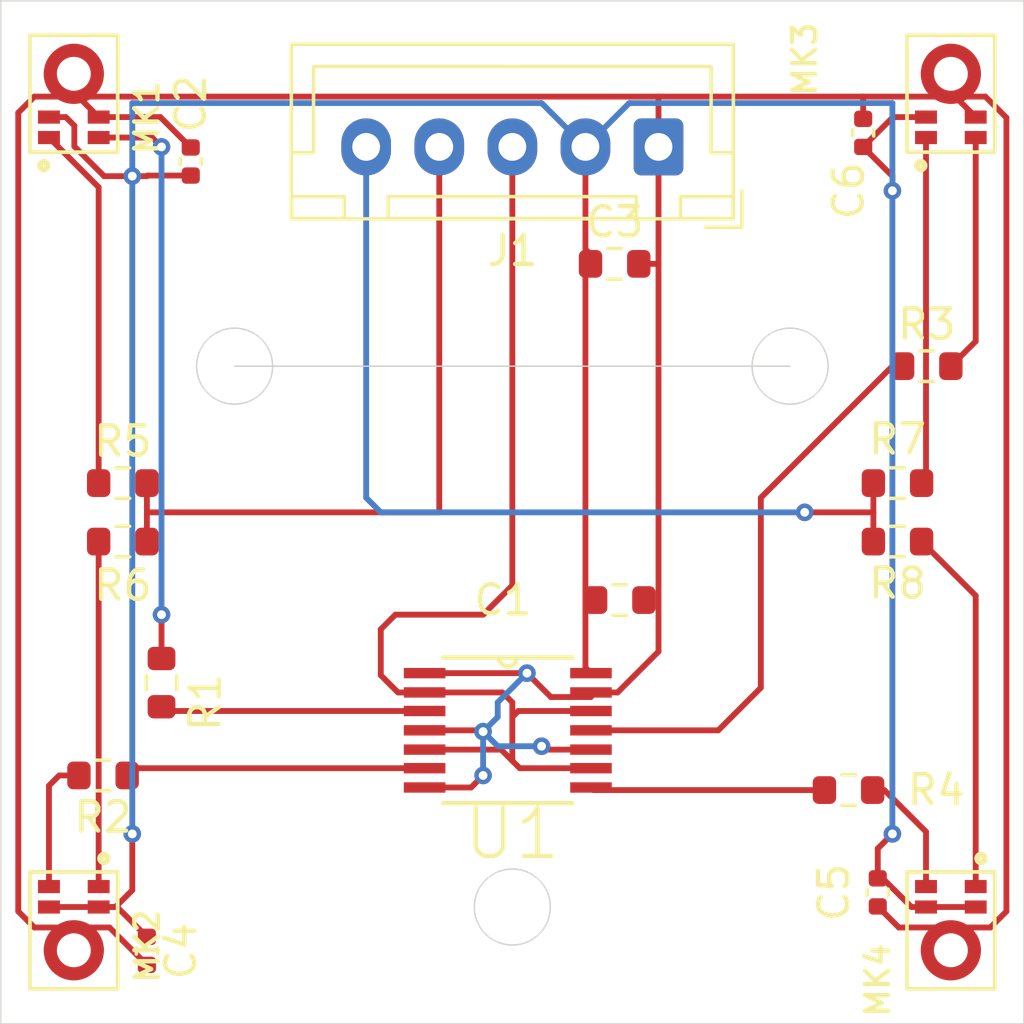
<source format=kicad_pcb>
(kicad_pcb (version 20240108) (generator "pcbnew") (generator_version "8.0")
  (layers (0 "F.Cu" signal) (31 "B.Cu" signal) (34 "B.Paste" user) (35 "F.Paste" user) (36 "B.SilkS" user "B.Silkscreen") (37 "F.SilkS" user "F.Silkscreen") (38 "B.Mask" user) (39 "F.Mask" user) (44 "Edge.Cuts" user))
  (net 0 "")
  (net 1 "Net-(J1-Pin_2)")
  (net 2 "Net-(J1-Pin_1)")
  (net 3 "Net-(J1-Pin_3)")
  (net 4 "Net-(J1-Pin_4)")
  (net 5 "Net-(J1-Pin_5)")
  (net 6 "Net-(MK1-CLK)")
  (net 7 "Net-(MK1-DATA)")
  (net 8 "Net-(MK2-DATA)")
  (net 9 "Net-(MK2-CLK)")
  (net 10 "Net-(MK3-CLK)")
  (net 11 "Net-(MK3-DATA)")
  (net 12 "Net-(MK4-DATA)")
  (net 13 "Net-(MK4-CLK)")
  (net 14 "Net-(U1-O0)")
  (net 15 "Net-(U1-O1)")
  (net 16 "Net-(U1-O2)")
  (net 17 "Net-(U1-O3)")
  (footprint "Resistor_SMD:R_0603_1608Metric" (layer "F.Cu") (at 178.175 64 180)
    (property "Reference" "R7" (at 0 1.5 0) (layer "F.SilkS"))
    (property "Value" "100 ohms" (hide yes))
    (pad "1" smd roundrect (at -0.825 0 180) (size 0.8 0.95) (layers "F.Cu" "F.Paste" "F.Mask") (net 11 "Net-(MK3-DATA)"))
    (pad "2" smd roundrect (at 0.825 0 180) (size 0.8 0.95) (layers "F.Cu" "F.Paste" "F.Mask") (net 5 "Net-(J1-Pin_5)"))
  )
  (footprint "Resistor_SMD:R_0603_1608Metric" (layer "F.Cu") (at 151.675 64)
    (property "Reference" "R5" (at 0 -1.43 0) (layer "F.SilkS"))
    (property "Value" "100 ohms" (hide yes))
    (pad "1" smd roundrect (at -0.825 0) (size 0.8 0.95) (layers "F.Cu" "F.Paste" "F.Mask") (net 7 "Net-(MK1-DATA)"))
    (pad "2" smd roundrect (at 0.825 0) (size 0.8 0.95) (layers "F.Cu" "F.Paste" "F.Mask") (net 4 "Net-(J1-Pin_4)"))
  )
  (footprint "Connector_JST:JST_XH_B5B-XH-A_1x05_P2.50mm_Vertical" (layer "F.Cu") (at 170 52.5 180)
    (property "Reference" "J1" (at 5 -3.55 0) (layer "F.SilkS"))
    (property "Value" "Conn_01x05_Pin" (hide yes))
    (pad "1" thru_hole roundrect (at 0 0 180) (size 1.7 1.95) (drill 0.95) (layers "*.Cu" "*.Mask") (roundrect_rratio 0.147059) (net 2 "Net-(J1-Pin_1)"))
    (pad "2" thru_hole oval (at 2.5 0 180) (size 1.7 1.95) (drill 0.95) (layers "*.Cu" "*.Mask") (net 1 "Net-(J1-Pin_2)"))
    (pad "3" thru_hole oval (at 5 0 180) (size 1.7 1.95) (drill 0.95) (layers "*.Cu" "*.Mask") (net 3 "Net-(J1-Pin_3)"))
    (pad "4" thru_hole oval (at 7.5 0 180) (size 1.7 1.95) (drill 0.95) (layers "*.Cu" "*.Mask") (net 4 "Net-(J1-Pin_4)"))
    (pad "5" thru_hole oval (at 10 0 180) (size 1.7 1.95) (drill 0.95) (layers "*.Cu" "*.Mask") (net 5 "Net-(J1-Pin_5)"))
  )
  (footprint "Resistor_SMD:R_0603_1608Metric" (layer "F.Cu") (at 179.175 60)
    (property "Reference" "R3" (at 0 -1.43 0) (layer "F.SilkS"))
    (property "Value" "33 ohms" (hide yes))
    (pad "1" smd roundrect (at -0.825 0) (size 0.8 0.95) (layers "F.Cu" "F.Paste" "F.Mask") (net 16 "Net-(U1-O2)"))
    (pad "2" smd roundrect (at 0.825 0) (size 0.8 0.95) (layers "F.Cu" "F.Paste" "F.Mask") (net 10 "Net-(MK3-CLK)"))
  )
  (footprint "Resistor_SMD:R_0603_1608Metric" (layer "F.Cu") (at 178.175 66 180)
    (property "Reference" "R8" (at 0 -1.43 0) (layer "F.SilkS"))
    (property "Value" "100 ohms" (hide yes))
    (pad "1" smd roundrect (at -0.825 0 180) (size 0.8 0.95) (layers "F.Cu" "F.Paste" "F.Mask") (net 12 "Net-(MK4-DATA)"))
    (pad "2" smd roundrect (at 0.825 0 180) (size 0.8 0.95) (layers "F.Cu" "F.Paste" "F.Mask") (net 5 "Net-(J1-Pin_5)"))
  )
  (footprint "Resistor_SMD:R_0603_1608Metric" (layer "F.Cu") (at 153 70.825 90)
    (property "Reference" "R1" (at -0.675 1.5 90) (layer "F.SilkS"))
    (property "Value" "33 ohms" (hide yes))
    (pad "1" smd roundrect (at -0.825 0 90) (size 0.8 0.95) (layers "F.Cu" "F.Paste" "F.Mask") (net 14 "Net-(U1-O0)"))
    (pad "2" smd roundrect (at 0.825 0 90) (size 0.8 0.95) (layers "F.Cu" "F.Paste" "F.Mask") (net 6 "Net-(MK1-CLK)"))
  )
  (footprint "Capacitor_SMD:C_0402_1005Metric" (layer "F.Cu") (at 154 53 90)
    (property "Reference" "C2" (at 1.98 0 90) (layer "F.SilkS"))
    (property "Value" "100nF" (hide yes))
    (pad "1" smd roundrect (at -0.48 0 90) (size 0.56 0.62) (layers "F.Cu" "F.Paste" "F.Mask") (net 1 "Net-(J1-Pin_2)"))
    (pad "2" smd roundrect (at 0.48 0 90) (size 0.56 0.62) (layers "F.Cu" "F.Paste" "F.Mask") (net 2 "Net-(J1-Pin_1)"))
  )
  (footprint "Resistor_SMD:R_0603_1608Metric" (layer "F.Cu") (at 168.5 56.5)
    (property "Reference" "C3" (at 0 -1.43 0) (layer "F.SilkS"))
    (property "Value" "1uF" (hide yes))
    (pad "1" smd roundrect (at -0.825 0) (size 0.8 0.95) (layers "F.Cu" "F.Paste" "F.Mask") (net 1 "Net-(J1-Pin_2)"))
    (pad "2" smd roundrect (at 0.825 0) (size 0.8 0.95) (layers "F.Cu" "F.Paste" "F.Mask") (net 2 "Net-(J1-Pin_1)"))
  )
  (footprint "IM69D120V01XTSA1:XDCR_IM69D120V01XTSA1" (layer "F.Cu") (at 180 79.3 -90)
    (property "Reference" "MK4" (at 1.7 2.5 90) (layer "F.SilkS") (effects (font (size 0.8 0.8))))
    (property "Value" "IM69D120V01XTSA1" (hide yes))
    (pad "" np_thru_hole circle (at 0.68 0 270) (size 0.8 0.8) (drill 0.8) (layers "*.Cu" "*.Mask"))
    (pad "1" smd rect (at -1.5 -0.85 270) (size 0.45 0.75) (layers "F.Cu" "F.Mask") (net 12 "Net-(MK4-DATA)"))
    (pad "2" smd rect (at -0.8 -0.85 270) (size 0.45 0.75) (layers "F.Cu" "F.Mask") (net 1 "Net-(J1-Pin_2)"))
    (pad "3" smd rect (at -1.5 0.85 270) (size 0.45 0.75) (layers "F.Cu" "F.Mask") (net 13 "Net-(MK4-CLK)"))
    (pad "4" smd rect (at -0.8 0.85 270) (size 0.45 0.75) (layers "F.Cu" "F.Mask") (net 1 "Net-(J1-Pin_2)"))
    (pad "5" smd custom (at -0.1 0 270) (size 0.2 0.2) (layers "F.Cu") (net 2 "Net-(J1-Pin_1)") (options (clearance outline) (anchor rect)) (primitives (gr_poly (pts (xy 0.7795 -1.03) (xy 0.726 -1.029) (xy 0.672 -1.024) (xy 0.619 -1.017) (xy 0.566 -1.007) (xy 0.513 -0.995) (xy 0.462 -0.98) (xy 0.411 -0.962) (xy 0.361 -0.941) (xy 0.312 -0.918) (xy 0.265 -0.892) (xy 0.219 -0.864) (xy 0.174 -0.833) (xy 0.132 -0.801) (xy 0.091 -0.766) (xy 0.052 -0.728) (xy 0.014 -0.689) (xy -0.021 -0.648) (xy -0.053 -0.606) (xy -0.084 -0.561) (xy -0.112 -0.515) (xy -0.138 -0.468) (xy -0.161 -0.419) (xy -0.182 -0.369) (xy -0.2 -0.318) (xy -0.215 -0.267) (xy -0.227 -0.214) (xy -0.237 -0.161) (xy -0.244 -0.108) (xy -0.249 -0.054) (xy -0.25 0) (xy -0.249 0.054) (xy -0.244 0.108) (xy -0.237 0.161) (xy -0.227 0.214) (xy -0.215 0.267) (xy -0.2 0.318) (xy -0.182 0.369) (xy -0.161 0.419) (xy -0.138 0.468) (xy -0.112 0.515) (xy -0.084 0.561) (xy -0.053 0.605) (xy -0.02 0.648) (xy 0.015 0.689) (xy 0.052 0.728) (xy 0.091 0.765) (xy 0.132 0.8) (xy 0.175 0.833) (xy 0.219 0.864) (xy 0.265 0.892) (xy 0.312 0.918) (xy 0.361 0.941) (xy 0.411 0.962) (xy 0.462 0.98) (xy 0.513 0.995) (xy 0.566 1.007) (xy 0.619 1.017) (xy 0.672 1.024) (xy 0.726 1.029) (xy 0.78 1.03) (xy 0.834 1.029) (xy 0.888 1.024) (xy 0.941 1.017) (xy 0.994 1.007) (xy 1.047 0.995) (xy 1.098 0.98) (xy 1.149 0.962) (xy 1.199 0.941) (xy 1.248 0.918) (xy 1.295 0.892) (xy 1.341 0.864) (xy 1.385 0.833) (xy 1.428 0.8) (xy 1.469 0.765) (xy 1.508 0.728) (xy 1.545 0.689) (xy 1.58 0.648) (xy 1.613 0.605) (xy 1.644 0.561) (xy 1.672 0.515) (xy 1.698 0.468) (xy 1.721 0.419) (xy 1.742 0.369) (xy 1.76 0.318) (xy 1.775 0.267) (xy 1.787 0.214) (xy 1.797 0.161) (xy 1.804 0.108) (xy 1.809 0.054) (xy 1.81 0) (xy 1.809 -0.049) (xy 1.804 -0.103) (xy 1.797 -0.157) (xy 1.787 -0.21) (xy 1.775 -0.263) (xy 1.759 -0.315) (xy 1.741 -0.366) (xy 1.721 -0.416) (xy 1.697 -0.465) (xy 1.671 -0.513) (xy 1.643 -0.559) (xy 1.612 -0.603) (xy 1.579 -0.646) (xy 1.544 -0.688) (xy 1.507 -0.727) (xy 1.468 -0.764) (xy 1.426 -0.799) (xy 1.383 -0.832) (xy 1.339 -0.863) (xy 1.293 -0.891) (xy 1.245 -0.917) (xy 1.196 -0.941) (xy 1.146 -0.961) (xy 1.095 -0.979) (xy 1.043 -0.995) (xy 0.99 -1.007) (xy 0.937 -1.017) (xy 0.883 -1.024) (xy 0.829 -1.029) (xy 0.78 -1.03) (xy 0.78 -0.58) (xy 0.815 -0.579) (xy 0.845 -0.577) (xy 0.875 -0.573) (xy 0.905 -0.567) (xy 0.934 -0.56) (xy 0.963 -0.552) (xy 0.991 -0.542) (xy 1.019 -0.53) (xy 1.046 -0.517) (xy 1.073 -0.503) (xy 1.098 -0.487) (xy 1.123 -0.47) (xy 1.147 -0.452) (xy 1.17 -0.432) (xy 1.192 -0.412) (xy 1.212 -0.39) (xy 1.232 -0.367) (xy 1.25 -0.343) (xy 1.267 -0.318) (xy 1.283 -0.293) (xy 1.297 -0.266) (xy 1.31 -0.239) (xy 1.322 -0.211) (xy 1.332 -0.183) (xy 1.34 -0.154) (xy 1.347 -0.125) (xy 1.353 -0.095) (xy 1.357 -0.065) (xy 1.359 -0.035) (xy 1.36 -0.01) (xy 1.36 0) (xy 1.359 0.03) (xy 1.357 0.061) (xy 1.353 0.091) (xy 1.347 0.121) (xy 1.34 0.15) (xy 1.332 0.179) (xy 1.321 0.208) (xy 1.31 0.236) (xy 1.297 0.263) (xy 1.282 0.29) (xy 1.266 0.316) (xy 1.249 0.341) (xy 1.231 0.365) (xy 1.211 0.388) (xy 1.19 0.41) (xy 1.168 0.431) (xy 1.145 0.451) (xy 1.121 0.469) (xy 1.096 0.486) (xy 1.07 0.502) (xy 1.043 0.517) (xy 1.016 0.53) (xy 0.988 0.541) (xy 0.959 0.552) (xy 0.93 0.56) (xy 0.901 0.567) (xy 0.871 0.573) (xy 0.841 0.577) (xy 0.81 0.579) (xy 0.78 0.58) (xy 0.75 0.579) (xy 0.719 0.577) (xy 0.689 0.573) (xy 0.659 0.567) (xy 0.63 0.56) (xy 0.601 0.552) (xy 0.572 0.541) (xy 0.544 0.53) (xy 0.517 0.517) (xy 0.49 0.502) (xy 0.464 0.486) (xy 0.439 0.469) (xy 0.415 0.451) (xy 0.392 0.431) (xy 0.37 0.41) (xy 0.349 0.388) (xy 0.329 0.365) (xy 0.311 0.341) (xy 0.294 0.316) (xy 0.278 0.29) (xy 0.263 0.263) (xy 0.25 0.236) (xy 0.239 0.208) (xy 0.228 0.179) (xy 0.22 0.15) (xy 0.213 0.121) (xy 0.207 0.091) (xy 0.203 0.061) (xy 0.201 0.03) (xy 0.2 0) (xy 0.201 -0.031) (xy 0.203 -0.061) (xy 0.207 -0.091) (xy 0.213 -0.121) (xy 0.22 -0.15) (xy 0.228 -0.179) (xy 0.239 -0.208) (xy 0.25 -0.236) (xy 0.263 -0.263) (xy 0.278 -0.29) (xy 0.294 -0.316) (xy 0.311 -0.341) (xy 0.329 -0.365) (xy 0.349 -0.388) (xy 0.37 -0.41) (xy 0.392 -0.431) (xy 0.415 -0.451) (xy 0.439 -0.469) (xy 0.464 -0.486) (xy 0.49 -0.502) (xy 0.517 -0.517) (xy 0.544 -0.53) (xy 0.572 -0.541) (xy 0.601 -0.552) (xy 0.63 -0.56) (xy 0.659 -0.567) (xy 0.689 -0.573) (xy 0.719 -0.577) (xy 0.749 -0.579) (xy 0.779 -0.58) (xy 0.779 -1.03) (xy 0.7795 -1.03)) (width 0.001) (fill yes))))
  )
  (footprint "Capacitor_SMD:C_0402_1005Metric" (layer "F.Cu") (at 177 52.02 90)
    (property "Reference" "C6" (at -1.98 -0.5 90) (layer "F.SilkS"))
    (property "Value" "100nF" (hide yes))
    (pad "1" smd roundrect (at -0.48 0 90) (size 0.56 0.62) (layers "F.Cu" "F.Paste" "F.Mask") (net 1 "Net-(J1-Pin_2)"))
    (pad "2" smd roundrect (at 0.48 0 90) (size 0.56 0.62) (layers "F.Cu" "F.Paste" "F.Mask") (net 2 "Net-(J1-Pin_1)"))
  )
  (footprint "IM69D120V01XTSA1:XDCR_IM69D120V01XTSA1" (layer "F.Cu") (at 150 79.3 -90)
    (property "Reference" "MK2" (at 0.54 -2.508 90) (layer "F.SilkS") (effects (font (size 0.8 0.8))))
    (property "Value" "IM69D120V01XTSA1" (hide yes))
    (pad "" np_thru_hole circle (at 0.68 0 270) (size 0.8 0.8) (drill 0.8) (layers "*.Cu" "*.Mask"))
    (pad "1" smd rect (at -1.5 -0.85 270) (size 0.45 0.75) (layers "F.Cu" "F.Mask") (net 8 "Net-(MK2-DATA)"))
    (pad "2" smd rect (at -0.8 -0.85 270) (size 0.45 0.75) (layers "F.Cu" "F.Mask") (net 1 "Net-(J1-Pin_2)"))
    (pad "3" smd rect (at -1.5 0.85 270) (size 0.45 0.75) (layers "F.Cu" "F.Mask") (net 9 "Net-(MK2-CLK)"))
    (pad "4" smd rect (at -0.8 0.85 270) (size 0.45 0.75) (layers "F.Cu" "F.Mask") (net 1 "Net-(J1-Pin_2)"))
    (pad "5" smd custom (at -0.1 0 270) (size 0.2 0.2) (layers "F.Cu") (net 2 "Net-(J1-Pin_1)") (options (clearance outline) (anchor rect)) (primitives (gr_poly (pts (xy 0.7795 -1.03) (xy 0.726 -1.029) (xy 0.672 -1.024) (xy 0.619 -1.017) (xy 0.566 -1.007) (xy 0.513 -0.995) (xy 0.462 -0.98) (xy 0.411 -0.962) (xy 0.361 -0.941) (xy 0.312 -0.918) (xy 0.265 -0.892) (xy 0.219 -0.864) (xy 0.174 -0.833) (xy 0.132 -0.801) (xy 0.091 -0.766) (xy 0.052 -0.728) (xy 0.014 -0.689) (xy -0.021 -0.648) (xy -0.053 -0.606) (xy -0.084 -0.561) (xy -0.112 -0.515) (xy -0.138 -0.468) (xy -0.161 -0.419) (xy -0.182 -0.369) (xy -0.2 -0.318) (xy -0.215 -0.267) (xy -0.227 -0.214) (xy -0.237 -0.161) (xy -0.244 -0.108) (xy -0.249 -0.054) (xy -0.25 0) (xy -0.249 0.054) (xy -0.244 0.108) (xy -0.237 0.161) (xy -0.227 0.214) (xy -0.215 0.267) (xy -0.2 0.318) (xy -0.182 0.369) (xy -0.161 0.419) (xy -0.138 0.468) (xy -0.112 0.515) (xy -0.084 0.561) (xy -0.053 0.605) (xy -0.02 0.648) (xy 0.015 0.689) (xy 0.052 0.728) (xy 0.091 0.765) (xy 0.132 0.8) (xy 0.175 0.833) (xy 0.219 0.864) (xy 0.265 0.892) (xy 0.312 0.918) (xy 0.361 0.941) (xy 0.411 0.962) (xy 0.462 0.98) (xy 0.513 0.995) (xy 0.566 1.007) (xy 0.619 1.017) (xy 0.672 1.024) (xy 0.726 1.029) (xy 0.78 1.03) (xy 0.834 1.029) (xy 0.888 1.024) (xy 0.941 1.017) (xy 0.994 1.007) (xy 1.047 0.995) (xy 1.098 0.98) (xy 1.149 0.962) (xy 1.199 0.941) (xy 1.248 0.918) (xy 1.295 0.892) (xy 1.341 0.864) (xy 1.385 0.833) (xy 1.428 0.8) (xy 1.469 0.765) (xy 1.508 0.728) (xy 1.545 0.689) (xy 1.58 0.648) (xy 1.613 0.605) (xy 1.644 0.561) (xy 1.672 0.515) (xy 1.698 0.468) (xy 1.721 0.419) (xy 1.742 0.369) (xy 1.76 0.318) (xy 1.775 0.267) (xy 1.787 0.214) (xy 1.797 0.161) (xy 1.804 0.108) (xy 1.809 0.054) (xy 1.81 0) (xy 1.809 -0.049) (xy 1.804 -0.103) (xy 1.797 -0.157) (xy 1.787 -0.21) (xy 1.775 -0.263) (xy 1.759 -0.315) (xy 1.741 -0.366) (xy 1.721 -0.416) (xy 1.697 -0.465) (xy 1.671 -0.513) (xy 1.643 -0.559) (xy 1.612 -0.603) (xy 1.579 -0.646) (xy 1.544 -0.688) (xy 1.507 -0.727) (xy 1.468 -0.764) (xy 1.426 -0.799) (xy 1.383 -0.832) (xy 1.339 -0.863) (xy 1.293 -0.891) (xy 1.245 -0.917) (xy 1.196 -0.941) (xy 1.146 -0.961) (xy 1.095 -0.979) (xy 1.043 -0.995) (xy 0.99 -1.007) (xy 0.937 -1.017) (xy 0.883 -1.024) (xy 0.829 -1.029) (xy 0.78 -1.03) (xy 0.78 -0.58) (xy 0.815 -0.579) (xy 0.845 -0.577) (xy 0.875 -0.573) (xy 0.905 -0.567) (xy 0.934 -0.56) (xy 0.963 -0.552) (xy 0.991 -0.542) (xy 1.019 -0.53) (xy 1.046 -0.517) (xy 1.073 -0.503) (xy 1.098 -0.487) (xy 1.123 -0.47) (xy 1.147 -0.452) (xy 1.17 -0.432) (xy 1.192 -0.412) (xy 1.212 -0.39) (xy 1.232 -0.367) (xy 1.25 -0.343) (xy 1.267 -0.318) (xy 1.283 -0.293) (xy 1.297 -0.266) (xy 1.31 -0.239) (xy 1.322 -0.211) (xy 1.332 -0.183) (xy 1.34 -0.154) (xy 1.347 -0.125) (xy 1.353 -0.095) (xy 1.357 -0.065) (xy 1.359 -0.035) (xy 1.36 -0.01) (xy 1.36 0) (xy 1.359 0.03) (xy 1.357 0.061) (xy 1.353 0.091) (xy 1.347 0.121) (xy 1.34 0.15) (xy 1.332 0.179) (xy 1.321 0.208) (xy 1.31 0.236) (xy 1.297 0.263) (xy 1.282 0.29) (xy 1.266 0.316) (xy 1.249 0.341) (xy 1.231 0.365) (xy 1.211 0.388) (xy 1.19 0.41) (xy 1.168 0.431) (xy 1.145 0.451) (xy 1.121 0.469) (xy 1.096 0.486) (xy 1.07 0.502) (xy 1.043 0.517) (xy 1.016 0.53) (xy 0.988 0.541) (xy 0.959 0.552) (xy 0.93 0.56) (xy 0.901 0.567) (xy 0.871 0.573) (xy 0.841 0.577) (xy 0.81 0.579) (xy 0.78 0.58) (xy 0.75 0.579) (xy 0.719 0.577) (xy 0.689 0.573) (xy 0.659 0.567) (xy 0.63 0.56) (xy 0.601 0.552) (xy 0.572 0.541) (xy 0.544 0.53) (xy 0.517 0.517) (xy 0.49 0.502) (xy 0.464 0.486) (xy 0.439 0.469) (xy 0.415 0.451) (xy 0.392 0.431) (xy 0.37 0.41) (xy 0.349 0.388) (xy 0.329 0.365) (xy 0.311 0.341) (xy 0.294 0.316) (xy 0.278 0.29) (xy 0.263 0.263) (xy 0.25 0.236) (xy 0.239 0.208) (xy 0.228 0.179) (xy 0.22 0.15) (xy 0.213 0.121) (xy 0.207 0.091) (xy 0.203 0.061) (xy 0.201 0.03) (xy 0.2 0) (xy 0.201 -0.031) (xy 0.203 -0.061) (xy 0.207 -0.091) (xy 0.213 -0.121) (xy 0.22 -0.15) (xy 0.228 -0.179) (xy 0.239 -0.208) (xy 0.25 -0.236) (xy 0.263 -0.263) (xy 0.278 -0.29) (xy 0.294 -0.316) (xy 0.311 -0.341) (xy 0.329 -0.365) (xy 0.349 -0.388) (xy 0.37 -0.41) (xy 0.392 -0.431) (xy 0.415 -0.451) (xy 0.439 -0.469) (xy 0.464 -0.486) (xy 0.49 -0.502) (xy 0.517 -0.517) (xy 0.544 -0.53) (xy 0.572 -0.541) (xy 0.601 -0.552) (xy 0.63 -0.56) (xy 0.659 -0.567) (xy 0.689 -0.573) (xy 0.719 -0.577) (xy 0.749 -0.579) (xy 0.779 -0.58) (xy 0.779 -1.03) (xy 0.7795 -1.03)) (width 0.001) (fill yes))))
  )
  (footprint "IM69D120V01XTSA1:XDCR_IM69D120V01XTSA1" (layer "F.Cu") (at 180 50.68 90)
    (property "Reference" "MK3" (at 1.18 -5 90) (layer "F.SilkS") (effects (font (size 0.8 0.8))))
    (property "Value" "IM69D120V01XTSA1" (hide yes))
    (pad "" np_thru_hole circle (at 0.68 0 90) (size 0.8 0.8) (drill 0.8) (layers "*.Cu" "*.Mask"))
    (pad "1" smd rect (at -1.5 -0.85 90) (size 0.45 0.75) (layers "F.Cu" "F.Mask") (net 11 "Net-(MK3-DATA)"))
    (pad "2" smd rect (at -0.8 -0.85 90) (size 0.45 0.75) (layers "F.Cu" "F.Mask") (net 1 "Net-(J1-Pin_2)"))
    (pad "3" smd rect (at -1.5 0.85 90) (size 0.45 0.75) (layers "F.Cu" "F.Mask") (net 10 "Net-(MK3-CLK)"))
    (pad "4" smd rect (at -0.8 0.85 90) (size 0.45 0.75) (layers "F.Cu" "F.Mask") (net 2 "Net-(J1-Pin_1)"))
    (pad "5" smd custom (at -0.1 0 90) (size 0.2 0.2) (layers "F.Cu") (net 2 "Net-(J1-Pin_1)") (options (clearance outline) (anchor rect)) (primitives (gr_poly (pts (xy 0.7795 -1.03) (xy 0.726 -1.029) (xy 0.672 -1.024) (xy 0.619 -1.017) (xy 0.566 -1.007) (xy 0.513 -0.995) (xy 0.462 -0.98) (xy 0.411 -0.962) (xy 0.361 -0.941) (xy 0.312 -0.918) (xy 0.265 -0.892) (xy 0.219 -0.864) (xy 0.174 -0.833) (xy 0.132 -0.801) (xy 0.091 -0.766) (xy 0.052 -0.728) (xy 0.014 -0.689) (xy -0.021 -0.648) (xy -0.053 -0.606) (xy -0.084 -0.561) (xy -0.112 -0.515) (xy -0.138 -0.468) (xy -0.161 -0.419) (xy -0.182 -0.369) (xy -0.2 -0.318) (xy -0.215 -0.267) (xy -0.227 -0.214) (xy -0.237 -0.161) (xy -0.244 -0.108) (xy -0.249 -0.054) (xy -0.25 0) (xy -0.249 0.054) (xy -0.244 0.108) (xy -0.237 0.161) (xy -0.227 0.214) (xy -0.215 0.267) (xy -0.2 0.318) (xy -0.182 0.369) (xy -0.161 0.419) (xy -0.138 0.468) (xy -0.112 0.515) (xy -0.084 0.561) (xy -0.053 0.605) (xy -0.02 0.648) (xy 0.015 0.689) (xy 0.052 0.728) (xy 0.091 0.765) (xy 0.132 0.8) (xy 0.175 0.833) (xy 0.219 0.864) (xy 0.265 0.892) (xy 0.312 0.918) (xy 0.361 0.941) (xy 0.411 0.962) (xy 0.462 0.98) (xy 0.513 0.995) (xy 0.566 1.007) (xy 0.619 1.017) (xy 0.672 1.024) (xy 0.726 1.029) (xy 0.78 1.03) (xy 0.834 1.029) (xy 0.888 1.024) (xy 0.941 1.017) (xy 0.994 1.007) (xy 1.047 0.995) (xy 1.098 0.98) (xy 1.149 0.962) (xy 1.199 0.941) (xy 1.248 0.918) (xy 1.295 0.892) (xy 1.341 0.864) (xy 1.385 0.833) (xy 1.428 0.8) (xy 1.469 0.765) (xy 1.508 0.728) (xy 1.545 0.689) (xy 1.58 0.648) (xy 1.613 0.605) (xy 1.644 0.561) (xy 1.672 0.515) (xy 1.698 0.468) (xy 1.721 0.419) (xy 1.742 0.369) (xy 1.76 0.318) (xy 1.775 0.267) (xy 1.787 0.214) (xy 1.797 0.161) (xy 1.804 0.108) (xy 1.809 0.054) (xy 1.81 0) (xy 1.809 -0.049) (xy 1.804 -0.103) (xy 1.797 -0.157) (xy 1.787 -0.21) (xy 1.775 -0.263) (xy 1.759 -0.315) (xy 1.741 -0.366) (xy 1.721 -0.416) (xy 1.697 -0.465) (xy 1.671 -0.513) (xy 1.643 -0.559) (xy 1.612 -0.603) (xy 1.579 -0.646) (xy 1.544 -0.688) (xy 1.507 -0.727) (xy 1.468 -0.764) (xy 1.426 -0.799) (xy 1.383 -0.832) (xy 1.339 -0.863) (xy 1.293 -0.891) (xy 1.245 -0.917) (xy 1.196 -0.941) (xy 1.146 -0.961) (xy 1.095 -0.979) (xy 1.043 -0.995) (xy 0.99 -1.007) (xy 0.937 -1.017) (xy 0.883 -1.024) (xy 0.829 -1.029) (xy 0.78 -1.03) (xy 0.78 -0.58) (xy 0.815 -0.579) (xy 0.845 -0.577) (xy 0.875 -0.573) (xy 0.905 -0.567) (xy 0.934 -0.56) (xy 0.963 -0.552) (xy 0.991 -0.542) (xy 1.019 -0.53) (xy 1.046 -0.517) (xy 1.073 -0.503) (xy 1.098 -0.487) (xy 1.123 -0.47) (xy 1.147 -0.452) (xy 1.17 -0.432) (xy 1.192 -0.412) (xy 1.212 -0.39) (xy 1.232 -0.367) (xy 1.25 -0.343) (xy 1.267 -0.318) (xy 1.283 -0.293) (xy 1.297 -0.266) (xy 1.31 -0.239) (xy 1.322 -0.211) (xy 1.332 -0.183) (xy 1.34 -0.154) (xy 1.347 -0.125) (xy 1.353 -0.095) (xy 1.357 -0.065) (xy 1.359 -0.035) (xy 1.36 -0.01) (xy 1.36 0) (xy 1.359 0.03) (xy 1.357 0.061) (xy 1.353 0.091) (xy 1.347 0.121) (xy 1.34 0.15) (xy 1.332 0.179) (xy 1.321 0.208) (xy 1.31 0.236) (xy 1.297 0.263) (xy 1.282 0.29) (xy 1.266 0.316) (xy 1.249 0.341) (xy 1.231 0.365) (xy 1.211 0.388) (xy 1.19 0.41) (xy 1.168 0.431) (xy 1.145 0.451) (xy 1.121 0.469) (xy 1.096 0.486) (xy 1.07 0.502) (xy 1.043 0.517) (xy 1.016 0.53) (xy 0.988 0.541) (xy 0.959 0.552) (xy 0.93 0.56) (xy 0.901 0.567) (xy 0.871 0.573) (xy 0.841 0.577) (xy 0.81 0.579) (xy 0.78 0.58) (xy 0.75 0.579) (xy 0.719 0.577) (xy 0.689 0.573) (xy 0.659 0.567) (xy 0.63 0.56) (xy 0.601 0.552) (xy 0.572 0.541) (xy 0.544 0.53) (xy 0.517 0.517) (xy 0.49 0.502) (xy 0.464 0.486) (xy 0.439 0.469) (xy 0.415 0.451) (xy 0.392 0.431) (xy 0.37 0.41) (xy 0.349 0.388) (xy 0.329 0.365) (xy 0.311 0.341) (xy 0.294 0.316) (xy 0.278 0.29) (xy 0.263 0.263) (xy 0.25 0.236) (xy 0.239 0.208) (xy 0.228 0.179) (xy 0.22 0.15) (xy 0.213 0.121) (xy 0.207 0.091) (xy 0.203 0.061) (xy 0.201 0.03) (xy 0.2 0) (xy 0.201 -0.031) (xy 0.203 -0.061) (xy 0.207 -0.091) (xy 0.213 -0.121) (xy 0.22 -0.15) (xy 0.228 -0.179) (xy 0.239 -0.208) (xy 0.25 -0.236) (xy 0.263 -0.263) (xy 0.278 -0.29) (xy 0.294 -0.316) (xy 0.311 -0.341) (xy 0.329 -0.365) (xy 0.349 -0.388) (xy 0.37 -0.41) (xy 0.392 -0.431) (xy 0.415 -0.451) (xy 0.439 -0.469) (xy 0.464 -0.486) (xy 0.49 -0.502) (xy 0.517 -0.517) (xy 0.544 -0.53) (xy 0.572 -0.541) (xy 0.601 -0.552) (xy 0.63 -0.56) (xy 0.659 -0.567) (xy 0.689 -0.573) (xy 0.719 -0.577) (xy 0.749 -0.579) (xy 0.779 -0.58) (xy 0.779 -1.03) (xy 0.7795 -1.03)) (width 0.001) (fill yes))))
  )
  (footprint "Capacitor_SMD:C_0402_1005Metric" (layer "F.Cu") (at 177.5 78 -90)
    (property "Reference" "C5" (at 0 1.5 90) (layer "F.SilkS"))
    (property "Value" "100nF" (hide yes))
    (pad "1" smd roundrect (at -0.48 0 270) (size 0.56 0.62) (layers "F.Cu" "F.Paste" "F.Mask") (net 1 "Net-(J1-Pin_2)"))
    (pad "2" smd roundrect (at 0.48 0 270) (size 0.56 0.62) (layers "F.Cu" "F.Paste" "F.Mask") (net 2 "Net-(J1-Pin_1)"))
  )
  (footprint "74LCX125MTCX:SOP65P640X120-14N" (layer "F.Cu") (at 164.8448 72.4558)
    (property "Reference" "U1" (at 0.1552 3.5442 0) (layer "F.SilkS") (effects (font (size 1.641866 1.641866))))
    (property "Value" "74LCX125MTCX" (hide yes))
    (pad "1" smd rect (at -2.8448 -1.9558) (size 1.4224 0.3556) (layers "F.Cu" "F.Paste" "F.Mask") (net 2 "Net-(J1-Pin_1)"))
    (pad "2" smd rect (at -2.8448 -1.2954) (size 1.4224 0.3556) (layers "F.Cu" "F.Paste" "F.Mask") (net 3 "Net-(J1-Pin_3)"))
    (pad "3" smd rect (at -2.8448 -0.6604) (size 1.4224 0.3556) (layers "F.Cu" "F.Paste" "F.Mask") (net 14 "Net-(U1-O0)"))
    (pad "4" smd rect (at -2.8448 0) (size 1.4224 0.3556) (layers "F.Cu" "F.Paste" "F.Mask") (net 2 "Net-(J1-Pin_1)"))
    (pad "5" smd rect (at -2.8448 0.6604) (size 1.4224 0.3556) (layers "F.Cu" "F.Paste" "F.Mask") (net 3 "Net-(J1-Pin_3)"))
    (pad "6" smd rect (at -2.8448 1.2954) (size 1.4224 0.3556) (layers "F.Cu" "F.Paste" "F.Mask") (net 15 "Net-(U1-O1)"))
    (pad "7" smd rect (at -2.8448 1.9558) (size 1.4224 0.3556) (layers "F.Cu" "F.Paste" "F.Mask") (net 2 "Net-(J1-Pin_1)"))
    (pad "8" smd rect (at 2.8448 1.9558) (size 1.4224 0.3556) (layers "F.Cu" "F.Paste" "F.Mask") (net 17 "Net-(U1-O3)"))
    (pad "9" smd rect (at 2.8448 1.2954) (size 1.4224 0.3556) (layers "F.Cu" "F.Paste" "F.Mask") (net 3 "Net-(J1-Pin_3)"))
    (pad "10" smd rect (at 2.8448 0.6604) (size 1.4224 0.3556) (layers "F.Cu" "F.Paste" "F.Mask") (net 2 "Net-(J1-Pin_1)"))
    (pad "11" smd rect (at 2.8448 0) (size 1.4224 0.3556) (layers "F.Cu" "F.Paste" "F.Mask") (net 16 "Net-(U1-O2)"))
    (pad "12" smd rect (at 2.8448 -0.6604) (size 1.4224 0.3556) (layers "F.Cu" "F.Paste" "F.Mask") (net 3 "Net-(J1-Pin_3)"))
    (pad "13" smd rect (at 2.8448 -1.2954) (size 1.4224 0.3556) (layers "F.Cu" "F.Paste" "F.Mask") (net 2 "Net-(J1-Pin_1)"))
    (pad "14" smd rect (at 2.8448 -1.9558) (size 1.4224 0.3556) (layers "F.Cu" "F.Paste" "F.Mask") (net 1 "Net-(J1-Pin_2)"))
  )
  (footprint "Resistor_SMD:R_0603_1608Metric" (layer "F.Cu") (at 151.675 66)
    (property "Reference" "R6" (at 0 1.5 0) (layer "F.SilkS"))
    (property "Value" "100 ohms" (hide yes))
    (pad "1" smd roundrect (at -0.825 0) (size 0.8 0.95) (layers "F.Cu" "F.Paste" "F.Mask") (net 8 "Net-(MK2-DATA)"))
    (pad "2" smd roundrect (at 0.825 0) (size 0.8 0.95) (layers "F.Cu" "F.Paste" "F.Mask") (net 4 "Net-(J1-Pin_4)"))
  )
  (footprint "Resistor_SMD:R_0603_1608Metric" (layer "F.Cu") (at 151 74 180)
    (property "Reference" "R2" (at 0 -1.43 0) (layer "F.SilkS"))
    (property "Value" "33 ohms" (hide yes))
    (pad "1" smd roundrect (at -0.825 0 180) (size 0.8 0.95) (layers "F.Cu" "F.Paste" "F.Mask") (net 15 "Net-(U1-O1)"))
    (pad "2" smd roundrect (at 0.825 0 180) (size 0.8 0.95) (layers "F.Cu" "F.Paste" "F.Mask") (net 9 "Net-(MK2-CLK)"))
  )
  (footprint "Resistor_SMD:R_0603_1608Metric" (layer "F.Cu") (at 168.675 68 180)
    (property "Reference" "C1" (at 4 0 0) (layer "F.SilkS"))
    (property "Value" "1uF" (hide yes))
    (pad "1" smd roundrect (at -0.825 0 180) (size 0.8 0.95) (layers "F.Cu" "F.Paste" "F.Mask") (net 2 "Net-(J1-Pin_1)"))
    (pad "2" smd roundrect (at 0.825 0 180) (size 0.8 0.95) (layers "F.Cu" "F.Paste" "F.Mask") (net 1 "Net-(J1-Pin_2)"))
  )
  (footprint "Capacitor_SMD:C_0402_1005Metric" (layer "F.Cu") (at 152.5 80 -90)
    (property "Reference" "C4" (at 0 -1.16 90) (layer "F.SilkS"))
    (property "Value" "100nF" (hide yes))
    (pad "1" smd roundrect (at -0.48 0 270) (size 0.56 0.62) (layers "F.Cu" "F.Paste" "F.Mask") (net 1 "Net-(J1-Pin_2)"))
    (pad "2" smd roundrect (at 0.48 0 270) (size 0.56 0.62) (layers "F.Cu" "F.Paste" "F.Mask") (net 2 "Net-(J1-Pin_1)"))
  )
  (footprint "Resistor_SMD:R_0603_1608Metric" (layer "F.Cu") (at 176.5 74.5)
    (property "Reference" "R4" (at 3 0 0) (layer "F.SilkS"))
    (property "Value" "33 ohms" (hide yes))
    (pad "1" smd roundrect (at -0.825 0) (size 0.8 0.95) (layers "F.Cu" "F.Paste" "F.Mask") (net 17 "Net-(U1-O3)"))
    (pad "2" smd roundrect (at 0.825 0) (size 0.8 0.95) (layers "F.Cu" "F.Paste" "F.Mask") (net 13 "Net-(MK4-CLK)"))
  )
  (footprint "IM69D120V01XTSA1:XDCR_IM69D120V01XTSA1" (layer "F.Cu") (at 150 50.68 90)
    (property "Reference" "MK1" (at -0.82 2.5 90) (layer "F.SilkS") (effects (font (size 0.8 0.8))))
    (property "Value" "IM69D120V01XTSA1" (hide yes))
    (pad "" np_thru_hole circle (at 0.68 0 90) (size 0.8 0.8) (drill 0.8) (layers "*.Cu" "*.Mask"))
    (pad "1" smd rect (at -1.5 -0.85 90) (size 0.45 0.75) (layers "F.Cu" "F.Mask") (net 7 "Net-(MK1-DATA)"))
    (pad "2" smd rect (at -0.8 -0.85 90) (size 0.45 0.75) (layers "F.Cu" "F.Mask") (net 1 "Net-(J1-Pin_2)"))
    (pad "3" smd rect (at -1.5 0.85 90) (size 0.45 0.75) (layers "F.Cu" "F.Mask") (net 6 "Net-(MK1-CLK)"))
    (pad "4" smd rect (at -0.8 0.85 90) (size 0.45 0.75) (layers "F.Cu" "F.Mask") (net 2 "Net-(J1-Pin_1)"))
    (pad "5" smd custom (at -0.1 0 90) (size 0.2 0.2) (layers "F.Cu") (net 2 "Net-(J1-Pin_1)") (options (clearance outline) (anchor rect)) (primitives (gr_poly (pts (xy 0.7795 -1.03) (xy 0.726 -1.029) (xy 0.672 -1.024) (xy 0.619 -1.017) (xy 0.566 -1.007) (xy 0.513 -0.995) (xy 0.462 -0.98) (xy 0.411 -0.962) (xy 0.361 -0.941) (xy 0.312 -0.918) (xy 0.265 -0.892) (xy 0.219 -0.864) (xy 0.174 -0.833) (xy 0.132 -0.801) (xy 0.091 -0.766) (xy 0.052 -0.728) (xy 0.014 -0.689) (xy -0.021 -0.648) (xy -0.053 -0.606) (xy -0.084 -0.561) (xy -0.112 -0.515) (xy -0.138 -0.468) (xy -0.161 -0.419) (xy -0.182 -0.369) (xy -0.2 -0.318) (xy -0.215 -0.267) (xy -0.227 -0.214) (xy -0.237 -0.161) (xy -0.244 -0.108) (xy -0.249 -0.054) (xy -0.25 0) (xy -0.249 0.054) (xy -0.244 0.108) (xy -0.237 0.161) (xy -0.227 0.214) (xy -0.215 0.267) (xy -0.2 0.318) (xy -0.182 0.369) (xy -0.161 0.419) (xy -0.138 0.468) (xy -0.112 0.515) (xy -0.084 0.561) (xy -0.053 0.605) (xy -0.02 0.648) (xy 0.015 0.689) (xy 0.052 0.728) (xy 0.091 0.765) (xy 0.132 0.8) (xy 0.175 0.833) (xy 0.219 0.864) (xy 0.265 0.892) (xy 0.312 0.918) (xy 0.361 0.941) (xy 0.411 0.962) (xy 0.462 0.98) (xy 0.513 0.995) (xy 0.566 1.007) (xy 0.619 1.017) (xy 0.672 1.024) (xy 0.726 1.029) (xy 0.78 1.03) (xy 0.834 1.029) (xy 0.888 1.024) (xy 0.941 1.017) (xy 0.994 1.007) (xy 1.047 0.995) (xy 1.098 0.98) (xy 1.149 0.962) (xy 1.199 0.941) (xy 1.248 0.918) (xy 1.295 0.892) (xy 1.341 0.864) (xy 1.385 0.833) (xy 1.428 0.8) (xy 1.469 0.765) (xy 1.508 0.728) (xy 1.545 0.689) (xy 1.58 0.648) (xy 1.613 0.605) (xy 1.644 0.561) (xy 1.672 0.515) (xy 1.698 0.468) (xy 1.721 0.419) (xy 1.742 0.369) (xy 1.76 0.318) (xy 1.775 0.267) (xy 1.787 0.214) (xy 1.797 0.161) (xy 1.804 0.108) (xy 1.809 0.054) (xy 1.81 0) (xy 1.809 -0.049) (xy 1.804 -0.103) (xy 1.797 -0.157) (xy 1.787 -0.21) (xy 1.775 -0.263) (xy 1.759 -0.315) (xy 1.741 -0.366) (xy 1.721 -0.416) (xy 1.697 -0.465) (xy 1.671 -0.513) (xy 1.643 -0.559) (xy 1.612 -0.603) (xy 1.579 -0.646) (xy 1.544 -0.688) (xy 1.507 -0.727) (xy 1.468 -0.764) (xy 1.426 -0.799) (xy 1.383 -0.832) (xy 1.339 -0.863) (xy 1.293 -0.891) (xy 1.245 -0.917) (xy 1.196 -0.941) (xy 1.146 -0.961) (xy 1.095 -0.979) (xy 1.043 -0.995) (xy 0.99 -1.007) (xy 0.937 -1.017) (xy 0.883 -1.024) (xy 0.829 -1.029) (xy 0.78 -1.03) (xy 0.78 -0.58) (xy 0.815 -0.579) (xy 0.845 -0.577) (xy 0.875 -0.573) (xy 0.905 -0.567) (xy 0.934 -0.56) (xy 0.963 -0.552) (xy 0.991 -0.542) (xy 1.019 -0.53) (xy 1.046 -0.517) (xy 1.073 -0.503) (xy 1.098 -0.487) (xy 1.123 -0.47) (xy 1.147 -0.452) (xy 1.17 -0.432) (xy 1.192 -0.412) (xy 1.212 -0.39) (xy 1.232 -0.367) (xy 1.25 -0.343) (xy 1.267 -0.318) (xy 1.283 -0.293) (xy 1.297 -0.266) (xy 1.31 -0.239) (xy 1.322 -0.211) (xy 1.332 -0.183) (xy 1.34 -0.154) (xy 1.347 -0.125) (xy 1.353 -0.095) (xy 1.357 -0.065) (xy 1.359 -0.035) (xy 1.36 -0.01) (xy 1.36 0) (xy 1.359 0.03) (xy 1.357 0.061) (xy 1.353 0.091) (xy 1.347 0.121) (xy 1.34 0.15) (xy 1.332 0.179) (xy 1.321 0.208) (xy 1.31 0.236) (xy 1.297 0.263) (xy 1.282 0.29) (xy 1.266 0.316) (xy 1.249 0.341) (xy 1.231 0.365) (xy 1.211 0.388) (xy 1.19 0.41) (xy 1.168 0.431) (xy 1.145 0.451) (xy 1.121 0.469) (xy 1.096 0.486) (xy 1.07 0.502) (xy 1.043 0.517) (xy 1.016 0.53) (xy 0.988 0.541) (xy 0.959 0.552) (xy 0.93 0.56) (xy 0.901 0.567) (xy 0.871 0.573) (xy 0.841 0.577) (xy 0.81 0.579) (xy 0.78 0.58) (xy 0.75 0.579) (xy 0.719 0.577) (xy 0.689 0.573) (xy 0.659 0.567) (xy 0.63 0.56) (xy 0.601 0.552) (xy 0.572 0.541) (xy 0.544 0.53) (xy 0.517 0.517) (xy 0.49 0.502) (xy 0.464 0.486) (xy 0.439 0.469) (xy 0.415 0.451) (xy 0.392 0.431) (xy 0.37 0.41) (xy 0.349 0.388) (xy 0.329 0.365) (xy 0.311 0.341) (xy 0.294 0.316) (xy 0.278 0.29) (xy 0.263 0.263) (xy 0.25 0.236) (xy 0.239 0.208) (xy 0.228 0.179) (xy 0.22 0.15) (xy 0.213 0.121) (xy 0.207 0.091) (xy 0.203 0.061) (xy 0.201 0.03) (xy 0.2 0) (xy 0.201 -0.031) (xy 0.203 -0.061) (xy 0.207 -0.091) (xy 0.213 -0.121) (xy 0.22 -0.15) (xy 0.228 -0.179) (xy 0.239 -0.208) (xy 0.25 -0.236) (xy 0.263 -0.263) (xy 0.278 -0.29) (xy 0.294 -0.316) (xy 0.311 -0.341) (xy 0.329 -0.365) (xy 0.349 -0.388) (xy 0.37 -0.41) (xy 0.392 -0.431) (xy 0.415 -0.451) (xy 0.439 -0.469) (xy 0.464 -0.486) (xy 0.49 -0.502) (xy 0.517 -0.517) (xy 0.544 -0.53) (xy 0.572 -0.541) (xy 0.601 -0.552) (xy 0.63 -0.56) (xy 0.659 -0.567) (xy 0.689 -0.573) (xy 0.719 -0.577) (xy 0.749 -0.579) (xy 0.779 -0.58) (xy 0.779 -1.03) (xy 0.7795 -1.03)) (width 0.001) (fill yes))))
  )
  (gr_circle (center 165 78.5) (end 166.3 78.5) (stroke (width 0.05)) (fill none) (layer "Edge.Cuts"))
  (gr_line (start 182.5 82.5) (end 147.5 82.5) (stroke (width 0.05)) (layer "Edge.Cuts"))
  (gr_circle (center 174.5 60) (end 175.8 60) (stroke (width 0.05)) (fill none) (layer "Edge.Cuts"))
  (gr_line (start 150 47.5) (end 182.5 47.5) (stroke (width 0.05)) (layer "Edge.Cuts"))
  (gr_line (start 155.5 60) (end 174.5 60) (stroke (width 0.05)) (layer "Edge.Cuts"))
  (gr_line (start 182.5 47.5) (end 182.5 82.5) (stroke (width 0.05)) (layer "Edge.Cuts"))
  (gr_line (start 147.5 82.5) (end 147.5 47.5) (stroke (width 0.05)) (layer "Edge.Cuts"))
  (gr_line (start 148 47.5) (end 150 47.5) (stroke (width 0.05)) (layer "Edge.Cuts"))
  (gr_circle (center 155.5 60) (end 156.8 60) (stroke (width 0.05)) (fill none) (layer "Edge.Cuts"))
  (gr_line (start 147.5 47.5) (end 148 47.5) (stroke (width 0.05)) (layer "Edge.Cuts"))
  (segment (start 167.5 56) (end 167.5 70.3104) (width 0.2) (layer "F.Cu") (net 1))
  (segment (start 149.725 51.48) (end 150.017843 51.772843) (width 0.2) (layer "F.Cu") (net 1))
  (segment (start 152.5 53.5) (end 152.52 53.48) (width 0.2) (layer "F.Cu") (net 1))
  (segment (start 179.15 51.48) (end 178.02 51.48) (width 0.2) (layer "F.Cu") (net 1))
  (segment (start 177.5 76.5) (end 178 76) (width 0.2) (layer "F.Cu") (net 1))
  (segment (start 178 54) (end 178 53.5) (width 0.2) (layer "F.Cu") (net 1))
  (segment (start 178.02 51.48) (end 177 52.5) (width 0.2) (layer "F.Cu") (net 1))
  (segment (start 150.017843 52.482157) (end 151.035686 53.5) (width 0.2) (layer "F.Cu") (net 1))
  (segment (start 150.017843 51.772843) (end 150.017843 52.482157) (width 0.2) (layer "F.Cu") (net 1))
  (segment (start 149.15 51.48) (end 149.725 51.48) (width 0.2) (layer "F.Cu") (net 1))
  (segment (start 177.5 77.35) (end 177.5 76.5) (width 0.2) (layer "F.Cu") (net 1))
  (segment (start 179.15 78.5) (end 178.65 78.5) (width 0.2) (layer "F.Cu") (net 1))
  (segment (start 167.5 70.3104) (end 167.6896 70.5) (width 0.2) (layer "F.Cu") (net 1))
  (segment (start 151.425 78.5) (end 150.85 78.5) (width 0.2) (layer "F.Cu") (net 1))
  (segment (start 167.675 56.5) (end 167.675 56.175) (width 0.2) (layer "F.Cu") (net 1))
  (segment (start 178 53.5) (end 177 52.5) (width 0.2) (layer "F.Cu") (net 1))
  (segment (start 151.035686 53.5) (end 152 53.5) (width 0.2) (layer "F.Cu") (net 1))
  (segment (start 178.65 78.5) (end 177.5 77.35) (width 0.2) (layer "F.Cu") (net 1))
  (segment (start 150.85 78.5) (end 149.15 78.5) (width 0.2) (layer "F.Cu") (net 1))
  (segment (start 150.85 78.5) (end 151.48 78.5) (width 0.2) (layer "F.Cu") (net 1))
  (segment (start 167.5 52.5) (end 167.5 56) (width 0.2) (layer "F.Cu") (net 1))
  (segment (start 152 53.5) (end 152.5 53.5) (width 0.2) (layer "F.Cu") (net 1))
  (segment (start 152.52 53.48) (end 154 53.48) (width 0.2) (layer "F.Cu") (net 1))
  (segment (start 167.675 56.175) (end 167.5 56) (width 0.2) (layer "F.Cu") (net 1))
  (segment (start 179.15 78.5) (end 180.85 78.5) (width 0.2) (layer "F.Cu") (net 1))
  (segment (start 152 77.925) (end 151.425 78.5) (width 0.2) (layer "F.Cu") (net 1))
  (segment (start 151.48 78.5) (end 152.5 79.52) (width 0.2) (layer "F.Cu") (net 1))
  (segment (start 152 76) (end 152 77.925) (width 0.2) (layer "F.Cu") (net 1))
  (via (at 178 54) (size 0.6) (drill 0.3) (layers "F.Cu" "B.Cu") (net 1))
  (via (at 152 53.5) (size 0.6) (drill 0.3) (layers "F.Cu" "B.Cu") (net 1))
  (via (at 152 76) (size 0.6) (drill 0.3) (layers "F.Cu" "B.Cu") (net 1))
  (via (at 178 76) (size 0.6) (drill 0.3) (layers "F.Cu" "B.Cu") (net 1))
  (segment (start 166 51) (end 152 51) (width 0.2) (layer "B.Cu") (net 1))
  (segment (start 169 51) (end 178 51) (width 0.2) (layer "B.Cu") (net 1))
  (segment (start 178 54) (end 178 76) (width 0.2) (layer "B.Cu") (net 1))
  (segment (start 167.5 52.5) (end 166 51) (width 0.2) (layer "B.Cu") (net 1))
  (segment (start 178 51) (end 178 54) (width 0.2) (layer "B.Cu") (net 1))
  (segment (start 152 51) (end 152 76) (width 0.2) (layer "B.Cu") (net 1))
  (segment (start 167.5 52.5) (end 169 51) (width 0.2) (layer "B.Cu") (net 1))
  (segment (start 167.6824 71.3176) (end 167.6896 71.3104) (width 0.2) (layer "F.Cu") (net 2))
  (segment (start 148.65 79.2) (end 148.1 78.65) (width 0.2) (layer "F.Cu") (net 2))
  (segment (start 165.5 70.5) (end 166.3176 71.3176) (width 0.2) (layer "F.Cu") (net 2))
  (segment (start 177 50.78) (end 180 50.78) (width 0.2) (layer "F.Cu") (net 2))
  (segment (start 181.18 50.78) (end 180 50.78) (width 0.2) (layer "F.Cu") (net 2))
  (segment (start 148.1 51.33) (end 148.65 50.78) (width 0.2) (layer "F.Cu") (net 2))
  (segment (start 180 79.2) (end 181.35 79.2) (width 0.2) (layer "F.Cu") (net 2))
  (segment (start 148.65 50.78) (end 150 50.78) (width 0.2) (layer "F.Cu") (net 2))
  (segment (start 178.22 79.2) (end 177.5 78.48) (width 0.2) (layer "F.Cu") (net 2))
  (segment (start 151.22 79.2) (end 150 79.2) (width 0.2) (layer "F.Cu") (net 2))
  (segment (start 170 69.7612) (end 170 56.5) (width 0.2) (layer "F.Cu") (net 2))
  (segment (start 177 50.78) (end 177 51.54) (width 0.2) (layer "F.Cu") (net 2))
  (segment (start 148.1 78.65) (end 148.1 51.33) (width 0.2) (layer "F.Cu") (net 2))
  (segment (start 167.6896 71.3104) (end 167.6896 71.1604) (width 0.2) (layer "F.Cu") (net 2))
  (segment (start 152.96 51.48) (end 150.85 51.48) (width 0.2) (layer "F.Cu") (net 2))
  (segment (start 152.5 80.48) (end 151.22 79.2) (width 0.2) (layer "F.Cu") (net 2))
  (segment (start 162 70.5) (end 165.5 70.5) (width 0.2) (layer "F.Cu") (net 2))
  (segment (start 150 50.78) (end 150.15 50.78) (width 0.2) (layer "F.Cu") (net 2))
  (segment (start 167.6896 71.1604) (end 168.6008 71.1604) (width 0.2) (layer "F.Cu") (net 2))
  (segment (start 162 74.4116) (end 163.5884 74.4116) (width 0.2) (layer "F.Cu") (net 2))
  (segment (start 150 50.78) (end 170 50.78) (width 0.2) (layer "F.Cu") (net 2))
  (segment (start 170 56.5) (end 170 52.5) (width 0.2) (layer "F.Cu") (net 2))
  (segment (start 181.35 79.2) (end 181.9 78.65) (width 0.2) (layer "F.Cu") (net 2))
  (segment (start 180 79.2) (end 178.22 79.2) (width 0.2) (layer "F.Cu") (net 2))
  (segment (start 170 52.5) (end 170 50.78) (width 0.2) (layer "F.Cu") (net 2))
  (segment (start 166.1162 73.1162) (end 166 73) (width 0.2) (layer "F.Cu") (net 2))
  (segment (start 170 50.78) (end 177 50.78) (width 0.2) (layer "F.Cu") (net 2))
  (segment (start 166.3176 71.3176) (end 167.6824 71.3176) (width 0.2) (layer "F.Cu") (net 2))
  (segment (start 181.9 78.65) (end 181.9 51.5) (width 0.2) (layer "F.Cu") (net 2))
  (segment (start 181.9 51.5) (end 181.18 50.78) (width 0.2) (layer "F.Cu") (net 2))
  (segment (start 163.5884 74.4116) (end 164 74) (width 0.2) (layer "F.Cu") (net 2))
  (segment (start 150 79.2) (end 148.65 79.2) (width 0.2) (layer "F.Cu") (net 2))
  (segment (start 180 50.78) (end 180.15 50.78) (width 0.2) (layer "F.Cu") (net 2))
  (segment (start 163.9558 72.4558) (end 164 72.5) (width 0.2) (layer "F.Cu") (net 2))
  (segment (start 168.6008 71.1604) (end 170 69.7612) (width 0.2) (layer "F.Cu") (net 2))
  (segment (start 162 72.4558) (end 163.9558 72.4558) (width 0.2) (layer "F.Cu") (net 2))
  (segment (start 150.15 50.78) (end 150.85 51.48) (width 0.2) (layer "F.Cu") (net 2))
  (segment (start 169.325 56.5) (end 170 56.5) (width 0.2) (layer "F.Cu") (net 2))
  (segment (start 154 52.52) (end 152.96 51.48) (width 0.2) (layer "F.Cu") (net 2))
  (segment (start 180.15 50.78) (end 180.85 51.48) (width 0.2) (layer "F.Cu") (net 2))
  (segment (start 167.6896 73.1162) (end 166.1162 73.1162) (width 0.2) (layer "F.Cu") (net 2))
  (via (at 164 74) (size 0.6) (drill 0.3) (layers "F.Cu" "B.Cu") (net 2))
  (via (at 164 72.5) (size 0.6) (drill 0.3) (layers "F.Cu" "B.Cu") (net 2))
  (via (at 165.5 70.5) (size 0.6) (drill 0.3) (layers "F.Cu" "B.Cu") (net 2))
  (via (at 166 73) (size 0.6) (drill 0.3) (layers "F.Cu" "B.Cu") (net 2))
  (segment (start 164 72.5) (end 164.5 72) (width 0.2) (layer "B.Cu") (net 2))
  (segment (start 164 74) (end 164 72.5) (width 0.2) (layer "B.Cu") (net 2))
  (segment (start 164.5 73) (end 166 73) (width 0.2) (layer "B.Cu") (net 2))
  (segment (start 164.5 72) (end 164.5 71.5) (width 0.2) (layer "B.Cu") (net 2))
  (segment (start 164 72.5) (end 164.5 73) (width 0.2) (layer "B.Cu") (net 2))
  (segment (start 164.5 71.5) (end 165.5 70.5) (width 0.2) (layer "B.Cu") (net 2))
  (segment (start 165 67.5) (end 164 68.5) (width 0.2) (layer "F.Cu") (net 3))
  (segment (start 160.5 70.5716) (end 161.0888 71.1604) (width 0.2) (layer "F.Cu") (net 3))
  (segment (start 164 68.5) (end 161 68.5) (width 0.2) (layer "F.Cu") (net 3))
  (segment (start 165 73.5) (end 165.2512 73.7512) (width 0.2) (layer "F.Cu") (net 3))
  (segment (start 162 73.1162) (end 164.6162 73.1162) (width 0.2) (layer "F.Cu") (net 3))
  (segment (start 167.6896 71.7954) (end 165.2046 71.7954) (width 0.2) (layer "F.Cu") (net 3))
  (segment (start 161.0888 71.1604) (end 162 71.1604) (width 0.2) (layer "F.Cu") (net 3))
  (segment (start 164.6162 73.1162) (end 165 73.5) (width 0.2) (layer "F.Cu") (net 3))
  (segment (start 165 71.5) (end 165 72) (width 0.2) (layer "F.Cu") (net 3))
  (segment (start 165.2512 73.7512) (end 167.6896 73.7512) (width 0.2) (layer "F.Cu") (net 3))
  (segment (start 164.6604 71.1604) (end 165 71.5) (width 0.2) (layer "F.Cu") (net 3))
  (segment (start 161 68.5) (end 160.5 69) (width 0.2) (layer "F.Cu") (net 3))
  (segment (start 162 71.1604) (end 164.6604 71.1604) (width 0.2) (layer "F.Cu") (net 3))
  (segment (start 165 72) (end 165 73.5) (width 0.2) (layer "F.Cu") (net 3))
  (segment (start 165 52.5) (end 165 67.5) (width 0.2) (layer "F.Cu") (net 3))
  (segment (start 165.2046 71.7954) (end 165 72) (width 0.2) (layer "F.Cu") (net 3))
  (segment (start 160.5 69) (end 160.5 70.5716) (width 0.2) (layer "F.Cu") (net 3))
  (segment (start 152.5 65) (end 152.5 64) (width 0.2) (layer "F.Cu") (net 4))
  (segment (start 162.5 65) (end 162.5 52.5) (width 0.2) (layer "F.Cu") (net 4))
  (segment (start 152.5 65) (end 162.5 65) (width 0.2) (layer "F.Cu") (net 4))
  (segment (start 152.5 66) (end 152.5 65) (width 0.2) (layer "F.Cu") (net 4))
  (segment (start 177.35 65) (end 177.35 66) (width 0.2) (layer "F.Cu") (net 5))
  (segment (start 177.35 65) (end 175 65) (width 0.2) (layer "F.Cu") (net 5))
  (segment (start 177.35 64) (end 177.35 65) (width 0.2) (layer "F.Cu") (net 5))
  (via (at 175 65) (size 0.6) (drill 0.3) (layers "F.Cu" "B.Cu") (net 5))
  (segment (start 160.5 65) (end 160 64.5) (width 0.2) (layer "B.Cu") (net 5))
  (segment (start 160 64.5) (end 160 52.5) (width 0.2) (layer "B.Cu") (net 5))
  (segment (start 175 65) (end 160.5 65) (width 0.2) (layer "B.Cu") (net 5))
  (segment (start 152.68 52.18) (end 153 52.5) (width 0.2) (layer "F.Cu") (net 6))
  (segment (start 153 70) (end 153 68.5) (width 0.2) (layer "F.Cu") (net 6))
  (segment (start 150.85 52.18) (end 152.68 52.18) (width 0.2) (layer "F.Cu") (net 6))
  (via (at 153 68.5) (size 0.6) (drill 0.3) (layers "F.Cu" "B.Cu") (net 6))
  (via (at 153 52.5) (size 0.6) (drill 0.3) (layers "F.Cu" "B.Cu") (net 6))
  (segment (start 153 52.5) (end 153 68.5) (width 0.2) (layer "B.Cu") (net 6))
  (segment (start 150.85 53.88) (end 149.15 52.18) (width 0.2) (layer "F.Cu") (net 7))
  (segment (start 150.85 64) (end 150.85 53.88) (width 0.2) (layer "F.Cu") (net 7))
  (segment (start 150.85 77.8) (end 150.85 66) (width 0.2) (layer "F.Cu") (net 8))
  (segment (start 149.15 74.35) (end 149.15 77.8) (width 0.2) (layer "F.Cu") (net 9))
  (segment (start 150.175 74) (end 149.5 74) (width 0.2) (layer "F.Cu") (net 9))
  (segment (start 149.5 74) (end 149.15 74.35) (width 0.2) (layer "F.Cu") (net 9))
  (segment (start 180.85 52.18) (end 180.85 59.15) (width 0.2) (layer "F.Cu") (net 10))
  (segment (start 180.85 59.15) (end 180 60) (width 0.2) (layer "F.Cu") (net 10))
  (segment (start 179.15 63.85) (end 179 64) (width 0.2) (layer "F.Cu") (net 11))
  (segment (start 179.15 52.18) (end 179.15 63.85) (width 0.2) (layer "F.Cu") (net 11))
  (segment (start 180.85 67.85) (end 179 66) (width 0.2) (layer "F.Cu") (net 12))
  (segment (start 180.85 77.8) (end 180.85 67.85) (width 0.2) (layer "F.Cu") (net 12))
  (segment (start 179.15 75.925) (end 177.725 74.5) (width 0.2) (layer "F.Cu") (net 13))
  (segment (start 177.725 74.5) (end 177.325 74.5) (width 0.2) (layer "F.Cu") (net 13))
  (segment (start 179.15 77.8) (end 179.15 75.925) (width 0.2) (layer "F.Cu") (net 13))
  (segment (start 162 71.7954) (end 153.1454 71.7954) (width 0.2) (layer "F.Cu") (net 14))
  (segment (start 153.1454 71.7954) (end 153 71.65) (width 0.2) (layer "F.Cu") (net 14))
  (segment (start 152.0738 73.7512) (end 162 73.7512) (width 0.2) (layer "F.Cu") (net 15))
  (segment (start 151.825 74) (end 152.0738 73.7512) (width 0.2) (layer "F.Cu") (net 15))
  (segment (start 178 60) (end 173.5 64.5) (width 0.2) (layer "F.Cu") (net 16))
  (segment (start 178.35 60) (end 178 60) (width 0.2) (layer "F.Cu") (net 16))
  (segment (start 173.5 64.5) (end 173.5 71) (width 0.2) (layer "F.Cu") (net 16))
  (segment (start 173.5 71) (end 172.0442 72.4558) (width 0.2) (layer "F.Cu") (net 16))
  (segment (start 172.0442 72.4558) (end 167.6896 72.4558) (width 0.2) (layer "F.Cu") (net 16))
  (segment (start 175.675 74.5) (end 167.778 74.5) (width 0.2) (layer "F.Cu") (net 17))
  (segment (start 167.778 74.5) (end 167.6896 74.4116) (width 0.2) (layer "F.Cu") (net 17))
)
</source>
